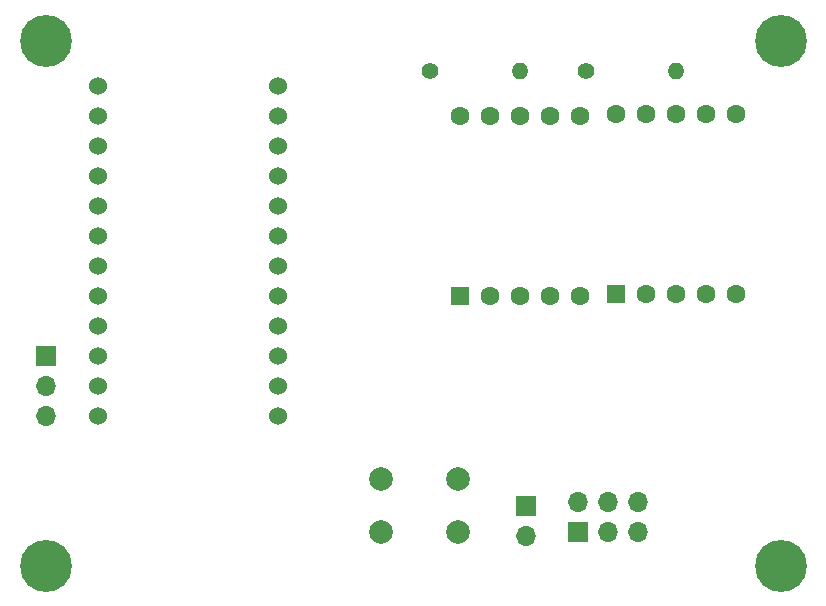
<source format=gbr>
%TF.GenerationSoftware,KiCad,Pcbnew,7.0.7*%
%TF.CreationDate,2023-09-30T13:33:33-05:00*%
%TF.ProjectId,Asus Qcode,41737573-2051-4636-9f64-652e6b696361,rev?*%
%TF.SameCoordinates,Original*%
%TF.FileFunction,Soldermask,Top*%
%TF.FilePolarity,Negative*%
%FSLAX46Y46*%
G04 Gerber Fmt 4.6, Leading zero omitted, Abs format (unit mm)*
G04 Created by KiCad (PCBNEW 7.0.7) date 2023-09-30 13:33:33*
%MOMM*%
%LPD*%
G01*
G04 APERTURE LIST*
%ADD10C,1.524000*%
%ADD11C,4.400000*%
%ADD12C,2.000000*%
%ADD13R,1.700000X1.700000*%
%ADD14O,1.700000X1.700000*%
%ADD15C,1.400000*%
%ADD16O,1.400000X1.400000*%
%ADD17R,1.600000X1.600000*%
%ADD18C,1.600000*%
G04 APERTURE END LIST*
D10*
%TO.C,uP1*%
X34925000Y-46990000D03*
X34925000Y-44450000D03*
X34925000Y-41910000D03*
X34925000Y-39370000D03*
X34925000Y-36830000D03*
X34925000Y-34290000D03*
X34925000Y-31750000D03*
X34925000Y-29210000D03*
X34925000Y-26670000D03*
X34925000Y-24130000D03*
X34925000Y-21590000D03*
X34925000Y-19050000D03*
X19685000Y-46990000D03*
X19685000Y-44450000D03*
X19685000Y-41910000D03*
X19685000Y-39370000D03*
X19685000Y-36830000D03*
X19685000Y-34290000D03*
X19685000Y-31750000D03*
X19685000Y-29210000D03*
X19685000Y-26670000D03*
X19685000Y-24130000D03*
X19685000Y-21590000D03*
X19685000Y-19050000D03*
%TD*%
D11*
%TO.C,REF\u002A\u002A*%
X77470000Y-59690000D03*
%TD*%
D12*
%TO.C,SW1*%
X50165000Y-56860000D03*
X43665000Y-56860000D03*
X50165000Y-52360000D03*
X43665000Y-52360000D03*
%TD*%
D13*
%TO.C,J1*%
X60325000Y-56860000D03*
D14*
X60325000Y-54320000D03*
X62865000Y-56860000D03*
X62865000Y-54320000D03*
X65405000Y-56860000D03*
X65405000Y-54320000D03*
%TD*%
D13*
%TO.C,J2*%
X15240000Y-41910000D03*
D14*
X15240000Y-44450000D03*
X15240000Y-46990000D03*
%TD*%
D11*
%TO.C,REF\u002A\u002A*%
X77470000Y-15240000D03*
%TD*%
D15*
%TO.C,R1*%
X47756627Y-17780000D03*
D16*
X55376627Y-17780000D03*
%TD*%
D11*
%TO.C,REF\u002A\u002A*%
X15240000Y-59690000D03*
%TD*%
D17*
%TO.C,DSP2*%
X63500000Y-36707500D03*
D18*
X66040000Y-36707500D03*
X68580000Y-36707500D03*
X71120000Y-36707500D03*
X73660000Y-36707500D03*
X73660000Y-21467500D03*
X71120000Y-21467500D03*
X68580000Y-21467500D03*
X66040000Y-21467500D03*
X63500000Y-21467500D03*
%TD*%
D15*
%TO.C,R2*%
X60960000Y-17780000D03*
D16*
X68580000Y-17780000D03*
%TD*%
D17*
%TO.C,DSP1*%
X50287500Y-36830000D03*
D18*
X52827500Y-36830000D03*
X55367500Y-36830000D03*
X57907500Y-36830000D03*
X60447500Y-36830000D03*
X60447500Y-21590000D03*
X57907500Y-21590000D03*
X55367500Y-21590000D03*
X52827500Y-21590000D03*
X50287500Y-21590000D03*
%TD*%
D13*
%TO.C,J3*%
X55880000Y-54610000D03*
D14*
X55880000Y-57150000D03*
%TD*%
D11*
%TO.C,REF\u002A\u002A*%
X15240000Y-15240000D03*
%TD*%
M02*

</source>
